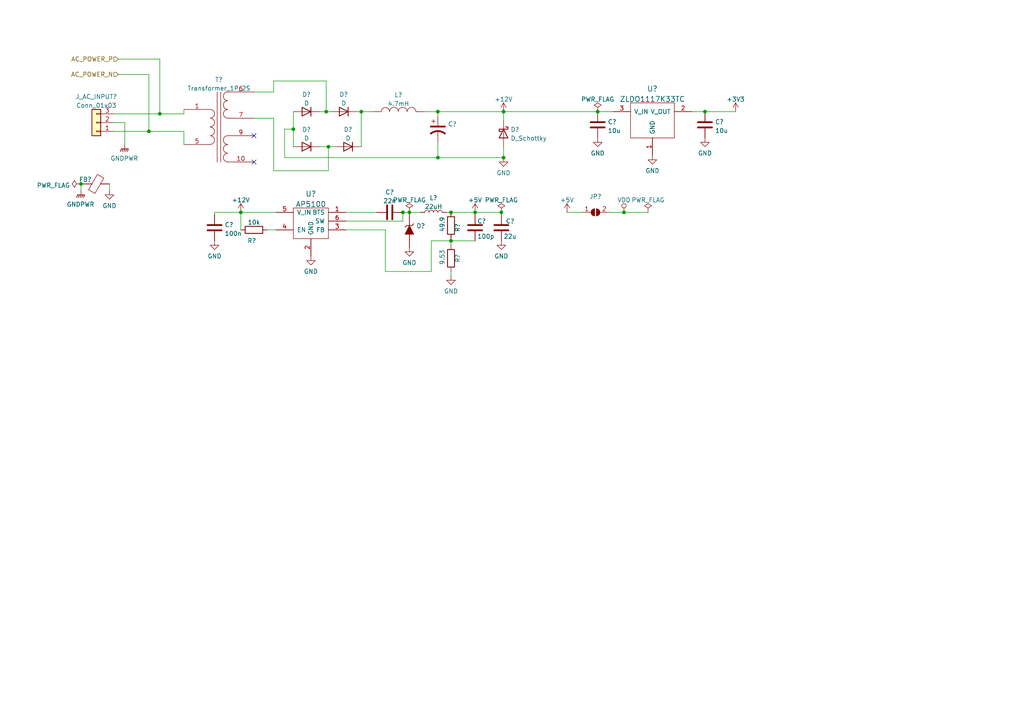
<source format=kicad_sch>
(kicad_sch (version 20211123) (generator eeschema)
  (paper "A4")
  (lib_symbols
    (symbol "Connector_Generic:Conn_01x03" (pin_names (offset 1.016) hide)
      (property "Reference" "J" (at 0 5.08 0))
      (property "Value" "Conn_01x03" (at 0 -5.08 0))
      (symbol "Conn_01x03_1_1"
        (rectangle (start -1.27 -2.413) (end 0 -2.667) (stroke (width 0.1524)))
        (rectangle (start -1.27 0.127) (end 0 -0.127) (stroke (width 0.1524)))
        (rectangle (start -1.27 2.667) (end 0 2.413) (stroke (width 0.1524)))
        (rectangle (start -1.27 3.81) (end 1.27 -3.81) (stroke (width 0.254)) (fill (type background)))
        (pin passive line (at -5.08 2.54 0) (length 3.81) (name "Pin_1") (number "1"))
        (pin passive line (at -5.08 0 0) (length 3.81) (name "Pin_2") (number "2"))
        (pin passive line (at -5.08 -2.54 0) (length 3.81) (name "Pin_3") (number "3"))
      )
    )
    (symbol "Device:C" (pin_numbers hide) (pin_names (offset 0.254))
      (property "Reference" "C" (at 0.635 2.54 0))
      (property "Value" "C" (at 0.635 -2.54 0))
      (symbol "C_0_1"
        (polyline (pts (xy -2.032 -0.762) (xy 2.032 -0.762)) (stroke (width 0.508)))
        (polyline (pts (xy -2.032 0.762) (xy 2.032 0.762)) (stroke (width 0.508)))
      )
      (symbol "C_1_1"
        (pin passive line (at 0 3.81 270) (length 2.794) (name "~") (number "1"))
        (pin passive line (at 0 -3.81 90) (length 2.794) (name "~") (number "2"))
      )
    )
    (symbol "Device:C_Polarized_US" (pin_numbers hide) (pin_names (offset 0.254) hide)
      (property "Reference" "C" (at 0.635 2.54 0))
      (property "Value" "C_Polarized_US" (at 0.635 -2.54 0))
      (symbol "C_Polarized_US_0_1"
        (polyline (pts (xy -2.032 0.762) (xy 2.032 0.762)) (stroke (width 0.508)))
        (polyline (pts (xy -1.778 2.286) (xy -0.762 2.286)))
        (polyline (pts (xy -1.27 1.778) (xy -1.27 2.794)))
        (arc (start 2.032 -1.27) (mid 0 -0.5572) (end -2.032 -1.27) (stroke (width 0.508)))
      )
      (symbol "C_Polarized_US_1_1"
        (pin passive line (at 0 3.81 270) (length 2.794) (name "~") (number "1"))
        (pin passive line (at 0 -3.81 90) (length 3.302) (name "~") (number "2"))
      )
    )
    (symbol "Device:D" (pin_numbers hide) (pin_names (offset 1.016) hide)
      (property "Reference" "D" (at 0 2.54 0))
      (property "Value" "D" (at 0 -2.54 0))
      (symbol "D_0_1"
        (polyline (pts (xy -1.27 1.27) (xy -1.27 -1.27)) (stroke (width 0.254)))
        (polyline (pts (xy 1.27 0) (xy -1.27 0)))
        (polyline (pts (xy 1.27 1.27) (xy 1.27 -1.27) (xy -1.27 0) (xy 1.27 1.27)) (stroke (width 0.254)))
      )
      (symbol "D_1_1"
        (pin passive line (at -3.81 0 0) (length 2.54) (name "K") (number "1"))
        (pin passive line (at 3.81 0 180) (length 2.54) (name "A") (number "2"))
      )
    )
    (symbol "Device:D_Schottky" (pin_numbers hide) (pin_names (offset 1.016) hide)
      (property "Reference" "D" (at 0 2.54 0))
      (property "Value" "D_Schottky" (at 0 -2.54 0))
      (symbol "D_Schottky_0_1"
        (polyline (pts (xy 1.27 0) (xy -1.27 0)))
        (polyline (pts (xy 1.27 1.27) (xy 1.27 -1.27) (xy -1.27 0) (xy 1.27 1.27)) (stroke (width 0.254)))
        (polyline (pts (xy -1.905 0.635) (xy -1.905 1.27) (xy -1.27 1.27) (xy -1.27 -1.27) (xy -0.635 -1.27) (xy -0.635 -0.635)) (stroke (width 0.254)))
      )
      (symbol "D_Schottky_1_1"
        (pin passive line (at -3.81 0 0) (length 2.54) (name "K") (number "1"))
        (pin passive line (at 3.81 0 180) (length 2.54) (name "A") (number "2"))
      )
    )
    (symbol "Device:FerriteBead" (pin_numbers hide) (pin_names (offset 0))
      (property "Reference" "FB" (at -3.81 0.635 90))
      (property "Value" "FerriteBead" (at 3.81 0 90))
      (symbol "FerriteBead_0_1"
        (polyline (pts (xy 0 -1.27) (xy 0 -1.2192)))
        (polyline (pts (xy 0 1.27) (xy 0 1.2954)))
        (polyline (pts (xy -2.7686 0.4064) (xy -1.7018 2.2606) (xy 2.7686 -0.3048) (xy 1.6764 -2.159) (xy -2.7686 0.4064)))
      )
      (symbol "FerriteBead_1_1"
        (pin passive line (at 0 3.81 270) (length 2.54) (name "~") (number "1"))
        (pin passive line (at 0 -3.81 90) (length 2.54) (name "~") (number "2"))
      )
    )
    (symbol "Device:L" (pin_numbers hide) (pin_names (offset 1.016) hide)
      (property "Reference" "L" (at -1.27 0 90))
      (property "Value" "L" (at 1.905 0 90))
      (symbol "L_0_1"
        (arc (start 0 -2.54) (mid 0.635 -1.905) (end 0 -1.27))
        (arc (start 0 -1.27) (mid 0.635 -0.635) (end 0 0))
        (arc (start 0 0) (mid 0.635 0.635) (end 0 1.27))
        (arc (start 0 1.27) (mid 0.635 1.905) (end 0 2.54))
      )
      (symbol "L_1_1"
        (pin passive line (at 0 3.81 270) (length 1.27) (name "1") (number "1"))
        (pin passive line (at 0 -3.81 90) (length 1.27) (name "2") (number "2"))
      )
    )
    (symbol "Device:R" (pin_numbers hide) (pin_names (offset 0))
      (property "Reference" "R" (at 2.032 0 90))
      (property "Value" "R" (at 0 0 90))
      (symbol "R_0_1"
        (rectangle (start -1.016 -2.54) (end 1.016 2.54) (stroke (width 0.254)))
      )
      (symbol "R_1_1"
        (pin passive line (at 0 3.81 270) (length 1.27) (name "~") (number "1"))
        (pin passive line (at 0 -3.81 90) (length 1.27) (name "~") (number "2"))
      )
    )
    (symbol "Device:Transformer_1P_2S" (pin_names (offset 1.016) hide)
      (property "Reference" "T?" (at 0 13.7329 0))
      (property "Value" "Transformer_1P_2S" (at 0 11.196 0))
      (symbol "Transformer_1P_2S_0_1"
        (arc (start -2.54 -5.0546) (mid -1.6599 -4.6901) (end -1.27 -3.81))
        (arc (start -2.54 -2.5146) (mid -1.6599 -2.1501) (end -1.27 -1.27))
        (arc (start -2.54 0.0254) (mid -1.6599 0.3899) (end -1.27 1.27))
        (arc (start -2.54 2.5654) (mid -1.6599 2.9299) (end -1.27 3.81))
        (arc (start -1.27 -3.81) (mid -1.642 -2.912) (end -2.54 -2.54))
        (arc (start -1.27 -1.27) (mid -1.642 -0.372) (end -2.54 0))
        (arc (start -1.27 1.27) (mid -1.642 2.168) (end -2.54 2.54))
        (arc (start -1.27 3.81) (mid -1.642 4.708) (end -2.54 5.08))
        (polyline (pts (xy -0.508 -10.16) (xy -0.508 10.16)))
        (polyline (pts (xy 0.508 10.16) (xy 0.508 -10.16)))
        (arc (start 1.2954 -8.89) (mid 1.6599 -9.7701) (end 2.54 -10.1346))
        (arc (start 1.2954 -6.35) (mid 1.6599 -7.2301) (end 2.54 -7.5946))
        (arc (start 1.2954 -3.81) (mid 1.6599 -4.6901) (end 2.54 -5.0546))
        (arc (start 1.2954 3.81) (mid 1.6599 2.9299) (end 2.54 2.5654))
        (arc (start 1.2954 6.35) (mid 1.6599 5.4699) (end 2.54 5.1054))
        (arc (start 1.2954 8.89) (mid 1.6599 8.0099) (end 2.54 7.6454))
        (arc (start 2.54 -7.62) (mid 1.642 -7.992) (end 1.2954 -8.89))
        (arc (start 2.54 -5.08) (mid 1.642 -5.452) (end 1.2954 -6.35))
        (arc (start 2.54 -2.54) (mid 1.642 -2.912) (end 1.2954 -3.81))
        (arc (start 2.54 5.08) (mid 1.642 4.708) (end 1.2954 3.81))
        (arc (start 2.54 7.62) (mid 1.642 7.248) (end 1.2954 6.35))
        (arc (start 2.54 10.16) (mid 1.642 9.788) (end 1.2954 8.89))
      )
      (symbol "Transformer_1P_2S_1_1"
        (pin passive line (at -10.16 5.08 0) (length 7.62) (name "AA") (number "1"))
        (pin passive line (at 10.16 -10.16 180) (length 7.62) (name "SD") (number "10"))
        (pin passive line (at -10.16 -5.08 0) (length 7.62) (name "AB") (number "5"))
        (pin passive line (at 10.16 10.16 180) (length 7.62) (name "SA") (number "6"))
        (pin passive line (at 10.16 2.54 180) (length 7.62) (name "SB") (number "7"))
        (pin passive line (at 10.16 -2.54 180) (length 7.62) (name "SC") (number "9"))
      )
    )
    (symbol "Jumper:SolderJumper_2_Open" (pin_names (offset 0) hide)
      (property "Reference" "JP" (at 0 2.032 0))
      (property "Value" "SolderJumper_2_Open" (at 0 -2.54 0))
      (symbol "SolderJumper_2_Open_0_1"
        (arc (start -0.254 1.016) (mid -1.27 0) (end -0.254 -1.016))
        (arc (start -0.254 1.016) (mid -1.27 0) (end -0.254 -1.016) (fill (type outline)))
        (polyline (pts (xy -0.254 1.016) (xy -0.254 -1.016)))
        (polyline (pts (xy 0.254 1.016) (xy 0.254 -1.016)))
        (arc (start 0.254 -1.016) (mid 1.27 0) (end 0.254 1.016))
        (arc (start 0.254 -1.016) (mid 1.27 0) (end 0.254 1.016) (fill (type outline)))
      )
      (symbol "SolderJumper_2_Open_1_1"
        (pin passive line (at -3.81 0 0) (length 2.54) (name "A") (number "1"))
        (pin passive line (at 3.81 0 180) (length 2.54) (name "B") (number "2"))
      )
    )
    (symbol "myLibrary:+3V3" (power) (pin_names (offset 0))
      (property "Value" "+3V3" (at 0 3.556 0))
      (symbol "+3V3_0_1"
        (polyline (pts (xy -0.762 1.27) (xy 0 2.54)))
        (polyline (pts (xy 0 0) (xy 0 2.54)))
        (polyline (pts (xy 0 2.54) (xy 0.762 1.27)))
      )
      (symbol "+3V3_1_1"
        (pin power_in line (at 0 0 90) (length 0) hide (name "+3V3") (number "1"))
      )
    )
    (symbol "myLibrary:AP5100-uhp" (pin_names (offset 1.016))
      (property "Reference" "U101" (at -2.54 8.8138 0))
      (property "Value" "AP5100-uhp" (at -2.54 6.1214 0))
      (symbol "AP5100-uhp_0_1"
        (rectangle (start -7.62 3.81) (end 2.54 -5.08))
      )
      (symbol "AP5100-uhp_1_1"
        (pin power_out line (at 7.62 2.54 180) (length 5.08) (name "BTS") (number "1"))
        (pin power_in line (at -2.54 -10.16 90) (length 5.08) (name "GND") (number "2"))
        (pin input line (at 7.62 -2.54 180) (length 5.08) (name "FB") (number "3"))
        (pin input line (at -12.7 -2.54 0) (length 5.08) (name "EN") (number "4"))
        (pin power_in line (at -12.7 2.54 0) (length 5.08) (name "V_IN") (number "5"))
        (pin power_in line (at 7.62 0 180) (length 5.08) (name "SW") (number "6"))
      )
    )
    (symbol "myLibrary:GND" (power) (pin_names (offset 0))
      (property "Value" "GND" (at 0 -3.81 0))
      (symbol "GND_0_1"
        (polyline (pts (xy 0 0) (xy 0 -1.27) (xy 1.27 -1.27) (xy 0 -2.54) (xy -1.27 -1.27) (xy 0 -1.27)))
      )
      (symbol "GND_1_1"
        (pin power_in line (at 0 0 270) (length 0) hide (name "GND") (number "1"))
      )
    )
    (symbol "myLibrary:INDUCTOR" (pin_numbers hide) (pin_names (offset 1.016) hide)
      (property "Reference" "L" (at -1.27 0 90))
      (property "Value" "INDUCTOR" (at 2.54 0 90))
      (symbol "INDUCTOR_0_1"
        (arc (start 0.0254 -5.0546) (mid 1.245 -3.7973) (end 0.0254 -2.54))
        (arc (start 0.0254 -2.5146) (mid 1.2704 -1.2319) (end 0.0254 0.0508))
        (arc (start 0.0254 0.0254) (mid 1.2704 1.3081) (end 0.0254 2.5908))
        (arc (start 0.0254 2.5654) (mid 1.1942 3.7719) (end 0.0254 4.9784))
      )
      (symbol "INDUCTOR_1_1"
        (pin passive line (at 0 7.62 270) (length 2.54) (name "1") (number "1"))
        (pin passive line (at 0 -7.62 90) (length 2.54) (name "2") (number "2"))
      )
    )
    (symbol "myLibrary:VDD" (power) (pin_names (offset 0))
      (property "Value" "VDD" (at 0 3.81 0))
      (symbol "VDD_0_1"
        (polyline (pts (xy 0 0) (xy 0 1.27)))
        (circle (center 0 1.905) (radius 0.635))
      )
      (symbol "VDD_1_1"
        (pin power_in line (at 0 0 90) (length 0) hide (name "VDD") (number "1"))
      )
    )
    (symbol "myLibrary:ZENER" (pin_numbers hide) (pin_names (offset 1.016) hide)
      (property "Reference" "D" (at 0 2.54 0))
      (property "Value" "ZENER" (at 0 -2.54 0))
      (symbol "ZENER_0_1"
        (polyline (pts (xy -1.778 1.27) (xy -1.27 0.762) (xy -1.27 -0.762) (xy -0.762 -1.27) (xy -0.762 -1.27)) (stroke (width 0.2032)))
        (polyline (pts (xy -1.27 0) (xy 1.27 1.27) (xy 1.27 -1.27) (xy -1.27 0) (xy -1.27 0)) (fill (type outline)))
      )
      (symbol "ZENER_1_1"
        (pin passive line (at -5.08 0 0) (length 3.81) (name "K") (number "1"))
        (pin passive line (at 5.08 0 180) (length 3.81) (name "A") (number "2"))
      )
    )
    (symbol "myLibrary:ZLDO1117K33TC" (pin_names (offset 1.016))
      (property "Reference" "U" (at 3.81 -7.62 0))
      (property "Value" "ZLDO1117K33TC" (at 1.27 5.08 0))
      (symbol "ZLDO1117K33TC_0_1"
        (rectangle (start -6.35 3.81) (end 6.35 -6.35))
      )
      (symbol "ZLDO1117K33TC_1_1"
        (pin power_in line (at 0 -11.43 90) (length 5.08) (name "GND") (number "1"))
        (pin power_out line (at 11.43 1.27 180) (length 5.08) (name "V_OUT") (number "2"))
        (pin power_in line (at -11.43 1.27 0) (length 5.08) (name "V_IN") (number "3"))
      )
    )
    (symbol "power:+12V" (power) (pin_names (offset 0))
      (property "Value" "+12V" (at 0 3.556 0))
      (symbol "+12V_0_1"
        (polyline (pts (xy -0.762 1.27) (xy 0 2.54)))
        (polyline (pts (xy 0 0) (xy 0 2.54)))
        (polyline (pts (xy 0 2.54) (xy 0.762 1.27)))
      )
      (symbol "+12V_1_1"
        (pin power_in line (at 0 0 90) (length 0) hide (name "+12V") (number "1"))
      )
    )
    (symbol "power:+5V" (power) (pin_names (offset 0))
      (property "Value" "+5V" (at 0 3.556 0))
      (symbol "+5V_0_1"
        (polyline (pts (xy -0.762 1.27) (xy 0 2.54)))
        (polyline (pts (xy 0 0) (xy 0 2.54)))
        (polyline (pts (xy 0 2.54) (xy 0.762 1.27)))
      )
      (symbol "+5V_1_1"
        (pin power_in line (at 0 0 90) (length 0) hide (name "+5V") (number "1"))
      )
    )
    (symbol "power:GNDPWR" (power) (pin_names (offset 0))
      (property "Value" "GNDPWR" (at 0 -3.302 0))
      (symbol "GNDPWR_0_1"
        (polyline (pts (xy 0 -1.27) (xy 0 0)))
        (polyline (pts (xy -1.016 -1.27) (xy -1.27 -2.032) (xy -1.27 -2.032)) (stroke (width 0.2032)))
        (polyline (pts (xy -0.508 -1.27) (xy -0.762 -2.032) (xy -0.762 -2.032)) (stroke (width 0.2032)))
        (polyline (pts (xy 0 -1.27) (xy -0.254 -2.032) (xy -0.254 -2.032)) (stroke (width 0.2032)))
        (polyline (pts (xy 0.508 -1.27) (xy 0.254 -2.032) (xy 0.254 -2.032)) (stroke (width 0.2032)))
        (polyline (pts (xy 1.016 -1.27) (xy -1.016 -1.27) (xy -1.016 -1.27)) (stroke (width 0.2032)))
        (polyline (pts (xy 1.016 -1.27) (xy 0.762 -2.032) (xy 0.762 -2.032) (xy 0.762 -2.032)) (stroke (width 0.2032)))
      )
      (symbol "GNDPWR_1_1"
        (pin power_in line (at 0 0 270) (length 0) hide (name "GNDPWR") (number "1"))
      )
    )
    (symbol "power:PWR_FLAG" (power) (pin_numbers hide) (pin_names (offset 0) hide)
      (property "Value" "PWR_FLAG" (at 0 3.81 0))
      (symbol "PWR_FLAG_0_0"
        (pin power_out line (at 0 0 90) (length 0) (name "pwr") (number "1"))
      )
      (symbol "PWR_FLAG_0_1"
        (polyline (pts (xy 0 0) (xy 0 1.27) (xy -1.016 1.905) (xy 0 2.54) (xy 1.016 1.905) (xy 0 1.27)))
      )
    )
  )
  (junction (at 146.05 32.385))
  (junction (at 173.355 32.385))
  (junction (at 95.25 42.545))
  (junction (at 69.85 61.595))
  (junction (at 104.775 32.385))
  (junction (at 146.05 45.72))
  (junction (at 204.47 32.385))
  (junction (at 118.745 61.595))
  (junction (at 116.84 61.595))
  (junction (at 127 32.385))
  (junction (at 180.975 61.595))
  (junction (at 127 45.72))
  (junction (at 130.81 69.85))
  (junction (at 137.795 61.595))
  (junction (at 46.355 33.02))
  (junction (at 23.495 53.34))
  (junction (at 145.415 61.595))
  (junction (at 43.18 38.1))
  (junction (at 94.615 32.385))
  (junction (at 130.81 61.595))
  (junction (at 85.09 37.465))
  (no_connect (at 73.66 39.37))
  (no_connect (at 73.66 46.99))
  (wire (pts (xy 79.375 49.53) (xy 95.25 49.53)))
  (wire (pts (xy 92.71 42.545) (xy 95.25 42.545)))
  (wire (pts (xy 36.195 35.56) (xy 36.195 41.91)))
  (wire (pts (xy 176.53 61.595) (xy 180.975 61.595)))
  (wire (pts (xy 146.05 34.925) (xy 146.05 32.385)))
  (wire (pts (xy 62.23 61.595) (xy 62.23 62.23)))
  (wire (pts (xy 164.465 61.595) (xy 168.91 61.595)))
  (wire (pts (xy 130.81 78.74) (xy 130.81 80.01)))
  (wire (pts (xy 104.775 32.385) (xy 107.95 32.385)))
  (wire (pts (xy 145.415 62.23) (xy 145.415 61.595)))
  (wire (pts (xy 125.095 69.85) (xy 130.81 69.85)))
  (wire (pts (xy 103.505 32.385) (xy 104.775 32.385)))
  (wire (pts (xy 53.34 33.02) (xy 53.34 31.75)))
  (wire (pts (xy 204.47 32.385) (xy 213.36 32.385)))
  (wire (pts (xy 200.66 32.385) (xy 204.47 32.385)))
  (wire (pts (xy 118.745 61.595) (xy 121.92 61.595)))
  (wire (pts (xy 146.05 42.545) (xy 146.05 45.72)))
  (wire (pts (xy 116.84 61.595) (xy 118.745 61.595)))
  (wire (pts (xy 79.375 34.29) (xy 79.375 49.53)))
  (wire (pts (xy 34.29 21.59) (xy 43.18 21.59)))
  (wire (pts (xy 94.615 32.385) (xy 95.885 32.385)))
  (wire (pts (xy 79.375 26.67) (xy 79.375 23.495)))
  (wire (pts (xy 180.975 61.595) (xy 187.96 61.595)))
  (wire (pts (xy 33.02 35.56) (xy 36.195 35.56)))
  (wire (pts (xy 130.81 61.595) (xy 137.795 61.595)))
  (wire (pts (xy 77.47 66.675) (xy 80.01 66.675)))
  (wire (pts (xy 82.55 45.72) (xy 82.55 37.465)))
  (wire (pts (xy 127 45.72) (xy 82.55 45.72)))
  (wire (pts (xy 94.615 23.495) (xy 94.615 32.385)))
  (wire (pts (xy 123.19 32.385) (xy 127 32.385)))
  (wire (pts (xy 146.05 45.72) (xy 127 45.72)))
  (wire (pts (xy 127 32.385) (xy 127 33.655)))
  (wire (pts (xy 46.355 33.02) (xy 53.34 33.02)))
  (wire (pts (xy 173.355 32.385) (xy 177.8 32.385)))
  (wire (pts (xy 80.01 61.595) (xy 69.85 61.595)))
  (wire (pts (xy 137.795 62.23) (xy 137.795 61.595)))
  (wire (pts (xy 85.09 32.385) (xy 85.09 37.465)))
  (wire (pts (xy 31.75 53.34) (xy 31.75 55.245)))
  (wire (pts (xy 85.09 37.465) (xy 85.09 42.545)))
  (wire (pts (xy 92.71 32.385) (xy 94.615 32.385)))
  (wire (pts (xy 130.81 69.85) (xy 137.795 69.85)))
  (wire (pts (xy 73.66 26.67) (xy 79.375 26.67)))
  (wire (pts (xy 111.76 78.74) (xy 125.095 78.74)))
  (wire (pts (xy 73.66 34.29) (xy 79.375 34.29)))
  (wire (pts (xy 146.05 32.385) (xy 173.355 32.385)))
  (wire (pts (xy 95.25 42.545) (xy 97.155 42.545)))
  (wire (pts (xy 46.355 17.145) (xy 46.355 33.02)))
  (wire (pts (xy 130.81 69.215) (xy 130.81 69.85)))
  (wire (pts (xy 100.33 61.595) (xy 109.22 61.595)))
  (wire (pts (xy 104.775 42.545) (xy 104.775 32.385)))
  (wire (pts (xy 95.25 49.53) (xy 95.25 42.545)))
  (wire (pts (xy 116.84 64.135) (xy 116.84 61.595)))
  (wire (pts (xy 100.33 66.675) (xy 111.76 66.675)))
  (wire (pts (xy 34.29 17.145) (xy 46.355 17.145)))
  (wire (pts (xy 53.34 38.1) (xy 53.34 41.91)))
  (wire (pts (xy 43.18 21.59) (xy 43.18 38.1)))
  (wire (pts (xy 100.33 64.135) (xy 116.84 64.135)))
  (wire (pts (xy 69.85 61.595) (xy 62.23 61.595)))
  (wire (pts (xy 79.375 23.495) (xy 94.615 23.495)))
  (wire (pts (xy 127 41.275) (xy 127 45.72)))
  (wire (pts (xy 137.795 61.595) (xy 145.415 61.595)))
  (wire (pts (xy 33.02 38.1) (xy 43.18 38.1)))
  (wire (pts (xy 125.095 78.74) (xy 125.095 69.85)))
  (wire (pts (xy 23.495 53.34) (xy 24.13 53.34)))
  (wire (pts (xy 82.55 37.465) (xy 85.09 37.465)))
  (wire (pts (xy 23.495 55.245) (xy 23.495 53.34)))
  (wire (pts (xy 69.85 61.595) (xy 69.85 66.675)))
  (wire (pts (xy 111.76 66.675) (xy 111.76 78.74)))
  (wire (pts (xy 33.02 33.02) (xy 46.355 33.02)))
  (wire (pts (xy 129.54 61.595) (xy 130.81 61.595)))
  (wire (pts (xy 130.81 69.85) (xy 130.81 71.12)))
  (wire (pts (xy 43.18 38.1) (xy 53.34 38.1)))
  (wire (pts (xy 127 32.385) (xy 146.05 32.385)))
  (hierarchical_label "AC_POWER_N" (shape input) (at 34.29 21.59 180))
  (hierarchical_label "AC_POWER_P" (shape input) (at 34.29 17.145 180))
  (symbol (lib_id "myLibrary:GND") (at 173.355 40.005 0) (unit 1)
    (property "Reference" "#PWR?" (effects hide))
    (property "Value" "GND" (at 173.355 44.4484 0))
  )
  (symbol (lib_id "Device:D") (at 100.965 42.545 180) (unit 1)
    (property "Reference" "D?" (at 100.965 37.5752 0))
    (property "Value" "D" (at 100.965 40.1121 0))
    (property "Footprint" "Diode_SMD:D_MELF-RM10_Universal_Handsoldering" (effects hide))
  )
  (symbol (lib_id "myLibrary:+3V3") (at 213.36 32.385 0) (unit 1)
    (property "Reference" "#PWR?" (effects hide))
    (property "Value" "+3V3" (at 213.36 28.8092 0))
  )
  (symbol (lib_id "myLibrary:GND") (at 130.81 80.01 0) (unit 1)
    (property "Reference" "#PWR?" (effects hide))
    (property "Value" "GND" (at 130.81 84.4534 0))
  )
  (symbol (lib_id "myLibrary:INDUCTOR") (at 115.57 32.385 90) (unit 1)
    (property "Reference" "L?" (at 115.57 27.5418 90))
    (property "Value" "4.7mH" (at 115.57 30.0787 90))
    (property "Footprint" "Inductor_SMD:L_12x12mm_H8mm" (effects hide))
    (property "Supplier and ref" "874-9826" (effects hide))
  )
  (symbol (lib_id "Device:D") (at 99.695 32.385 180) (unit 1)
    (property "Reference" "D?" (at 99.695 27.4152 0))
    (property "Value" "D" (at 99.695 29.9521 0))
    (property "Footprint" "Diode_SMD:D_MELF-RM10_Universal_Handsoldering" (effects hide))
  )
  (symbol (lib_id "myLibrary:ZENER") (at 118.745 66.675 270) (unit 1)
    (property "Reference" "D?" (at 120.7516 65.5355 90) (effects (justify left)))
    (property "Value" "ZENER" (effects hide))
    (property "Footprint" "Diode_SMD:D_SOD-323" (effects hide))
  )
  (symbol (lib_id "Device:R") (at 73.66 66.675 90) (unit 1)
    (property "Reference" "R?" (at 73.025 69.85 90))
    (property "Value" "10k" (at 73.66 64.4961 90))
    (property "Footprint" "Resistor_SMD:R_0201_0603Metric_Pad0.64x0.40mm_HandSolder" (effects hide))
  )
  (symbol (lib_id "Device:L") (at 125.73 61.595 90) (unit 1)
    (property "Reference" "L?" (at 125.73 57.3872 90))
    (property "Value" "22uH" (at 125.73 59.9241 90))
    (property "Footprint" "Inductor_SMD:L_Wuerth_WE-PD2-Typ-L" (effects hide))
  )
  (symbol (lib_id "power:+5V") (at 164.465 61.595 0) (unit 1)
    (property "Reference" "#PWR?" (effects hide))
    (property "Value" "+5V" (at 164.465 58.0192 0))
  )
  (symbol (lib_id "power:+5V") (at 137.795 61.595 0) (unit 1)
    (property "Reference" "#PWR?" (effects hide))
    (property "Value" "+5V" (at 137.795 58.0192 0))
  )
  (symbol (lib_id "Device:C") (at 204.47 36.195 0) (unit 1)
    (property "Reference" "C?" (at 207.391 35.3603 0) (effects (justify left)))
    (property "Value" "10u" (at 207.391 37.8972 0) (effects (justify left)))
    (property "Footprint" "Capacitor_Tantalum_SMD:CP_EIA-3528-12_Kemet-T_Pad1.50x2.35mm_HandSolder" (effects hide))
  )
  (symbol (lib_id "myLibrary:GND") (at 118.745 71.755 0) (unit 1)
    (property "Reference" "#PWR?" (effects hide))
    (property "Value" "GND" (at 118.745 76.1984 0))
  )
  (symbol (lib_id "Device:C") (at 173.355 36.195 0) (unit 1)
    (property "Reference" "C?" (at 176.276 35.3603 0) (effects (justify left)))
    (property "Value" "10u" (at 176.276 37.8972 0) (effects (justify left)))
    (property "Footprint" "Capacitor_Tantalum_SMD:CP_EIA-3528-12_Kemet-T_Pad1.50x2.35mm_HandSolder" (effects hide))
  )
  (symbol (lib_id "myLibrary:GND") (at 90.17 74.295 0) (unit 1)
    (property "Reference" "#PWR?" (effects hide))
    (property "Value" "GND" (at 90.17 78.7384 0))
  )
  (symbol (lib_id "Connector_Generic:Conn_01x03") (at 27.94 35.56 180) (unit 1)
    (property "Reference" "J_AC_INPUT?" (at 27.94 28.0502 0))
    (property "Value" "Conn_01x03" (at 27.94 30.5871 0))
    (property "Footprint" "Connector_JST:JST_NV_B03P-NV_1x03_P5.00mm_Vertical" (effects hide))
  )
  (symbol (lib_id "power:PWR_FLAG") (at 145.415 61.595 0) (unit 1)
    (property "Reference" "#FLG?" (effects hide))
    (property "Value" "PWR_FLAG" (at 145.415 58.0192 0))
  )
  (symbol (lib_id "Device:C") (at 137.795 66.04 0) (unit 1)
    (property "Reference" "C?" (at 138.43 64.135 0) (effects (justify left)))
    (property "Value" "100p" (at 138.43 68.58 0) (effects (justify left)))
    (property "Footprint" "Capacitor_SMD:C_0603_1608Metric_Pad1.08x0.95mm_HandSolder" (effects hide))
  )
  (symbol (lib_id "myLibrary:GND") (at 145.415 69.85 0) (unit 1)
    (property "Reference" "#PWR?" (effects hide))
    (property "Value" "GND" (at 145.415 74.2934 0))
  )
  (symbol (lib_id "Device:FerriteBead") (at 27.94 53.34 90) (unit 1)
    (property "Reference" "FB?" (at 24.765 52.07 90))
    (property "Value" "FerriteBead" (effects hide))
    (property "Footprint" "Inductor_SMD:L_0603_1608Metric_Pad1.05x0.95mm_HandSolder" (effects hide))
  )
  (symbol (lib_id "power:PWR_FLAG") (at 23.495 53.34 90) (unit 1)
    (property "Reference" "#FLG?" (effects hide))
    (property "Value" "PWR_FLAG" (at 20.3201 53.7738 90) (effects (justify left)))
  )
  (symbol (lib_id "power:PWR_FLAG") (at 187.96 61.595 0) (unit 1)
    (property "Reference" "#FLG?" (effects hide))
    (property "Value" "PWR_FLAG" (at 187.96 58.0192 0))
  )
  (symbol (lib_id "power:GNDPWR") (at 23.495 55.245 0) (unit 1)
    (property "Reference" "#PWR?" (effects hide))
    (property "Value" "GNDPWR" (at 23.368 59.282 0))
  )
  (symbol (lib_id "Device:R") (at 130.81 65.405 0) (unit 1)
    (property "Reference" "R?" (at 132.715 67.31 90) (effects (justify left)))
    (property "Value" "49.9" (at 128.27 67.31 90) (effects (justify left)))
    (property "Footprint" "Resistor_SMD:R_0201_0603Metric_Pad0.64x0.40mm_HandSolder" (effects hide))
  )
  (symbol (lib_id "myLibrary:VDD") (at 180.975 61.595 0) (unit 1)
    (property "Reference" "#PWR?" (effects hide))
    (property "Value" "VDD" (at 180.975 58.0192 0))
  )
  (symbol (lib_id "power:+12V") (at 146.05 32.385 0) (unit 1)
    (property "Reference" "#PWR?" (effects hide))
    (property "Value" "+12V" (at 146.05 28.8092 0))
  )
  (symbol (lib_id "Device:C") (at 113.03 61.595 90) (unit 1)
    (property "Reference" "C?" (at 113.03 55.7362 90))
    (property "Value" "22n" (at 113.03 58.2731 90))
    (property "Footprint" "Capacitor_SMD:C_0603_1608Metric_Pad1.08x0.95mm_HandSolder" (effects hide))
  )
  (symbol (lib_id "myLibrary:GND") (at 31.75 55.245 0) (unit 1)
    (property "Reference" "#PWR?" (effects hide))
    (property "Value" "GND" (at 31.75 59.6884 0))
  )
  (symbol (lib_id "Device:D_Schottky") (at 146.05 38.735 270) (unit 1)
    (property "Reference" "D?" (at 148.082 37.5828 90) (effects (justify left)))
    (property "Value" "D_Schottky" (at 148.082 40.1197 90) (effects (justify left)))
    (property "Footprint" "Diode_THT:D_DO-15_P12.70mm_Horizontal" (effects hide))
    (property "Supplier and ref" "625-6568" (effects hide))
  )
  (symbol (lib_id "power:GNDPWR") (at 36.195 41.91 0) (unit 1)
    (property "Reference" "#PWR?" (effects hide))
    (property "Value" "GNDPWR" (at 36.068 45.947 0))
  )
  (symbol (lib_id "power:+12V") (at 69.85 61.595 0) (unit 1)
    (property "Reference" "#PWR?" (effects hide))
    (property "Value" "+12V" (at 69.85 58.0192 0))
  )
  (symbol (lib_id "Device:C") (at 62.23 66.04 0) (unit 1)
    (property "Reference" "C?" (at 65.151 65.2053 0) (effects (justify left)))
    (property "Value" "100n" (at 65.151 67.7422 0) (effects (justify left)))
    (property "Footprint" "Capacitor_SMD:C_0603_1608Metric_Pad1.08x0.95mm_HandSolder" (effects hide))
  )
  (symbol (lib_id "Device:C") (at 145.415 66.04 0) (unit 1)
    (property "Reference" "C?" (at 146.685 64.135 0) (effects (justify left)))
    (property "Value" "22u" (at 146.05 68.58 0) (effects (justify left)))
    (property "Footprint" "Capacitor_Tantalum_SMD:CP_EIA-6032-15_Kemet-U_Pad2.25x2.35mm_HandSolder" (effects hide))
  )
  (symbol (lib_id "myLibrary:GND") (at 146.05 45.72 0) (unit 1)
    (property "Reference" "#PWR?" (effects hide))
    (property "Value" "GND" (at 146.05 50.1634 0))
  )
  (symbol (lib_id "myLibrary:GND") (at 189.23 45.085 0) (unit 1)
    (property "Reference" "#PWR?" (effects hide))
    (property "Value" "GND" (at 189.23 49.5284 0))
  )
  (symbol (lib_id "Device:R") (at 130.81 74.93 0) (unit 1)
    (property "Reference" "R?" (at 132.715 76.2 90) (effects (justify left)))
    (property "Value" "9.53" (at 128.27 76.835 90) (effects (justify left)))
    (property "Footprint" "Resistor_SMD:R_0201_0603Metric_Pad0.64x0.40mm_HandSolder" (effects hide))
  )
  (symbol (lib_id "Device:Transformer_1P_2S") (at 63.5 36.83 0) (unit 1)
    (property "Reference" "T?" (at 63.5 23.0971 0))
    (property "Value" "Transformer_1P_2S" (at 63.5 25.634 0))
    (property "Footprint" "footprints:12v_transformer" (effects hide))
    (property "Supplier and ref" "173-9608" (effects hide))
  )
  (symbol (lib_id "power:PWR_FLAG") (at 173.355 32.385 0) (unit 1)
    (property "Reference" "#FLG?" (effects hide))
    (property "Value" "PWR_FLAG" (at 173.355 28.8092 0))
  )
  (symbol (lib_id "Device:D") (at 88.9 42.545 180) (unit 1)
    (property "Reference" "D?" (at 88.9 37.5752 0))
    (property "Value" "D" (at 88.9 40.1121 0))
    (property "Footprint" "Diode_SMD:D_MELF-RM10_Universal_Handsoldering" (effects hide))
  )
  (symbol (lib_id "Device:D") (at 88.9 32.385 180) (unit 1)
    (property "Reference" "D?" (at 88.9 27.4152 0))
    (property "Value" "D" (at 88.9 29.9521 0))
    (property "Footprint" "Diode_SMD:D_MELF-RM10_Universal_Handsoldering" (effects hide))
  )
  (symbol (lib_id "power:PWR_FLAG") (at 118.745 61.595 0) (unit 1)
    (property "Reference" "#FLG?" (effects hide))
    (property "Value" "PWR_FLAG" (at 118.745 58.0192 0))
  )
  (symbol (lib_id "myLibrary:GND") (at 62.23 69.85 0) (unit 1)
    (property "Reference" "#PWR?" (effects hide))
    (property "Value" "GND" (at 62.23 74.2934 0))
  )
  (symbol (lib_id "myLibrary:GND") (at 204.47 40.005 0) (unit 1)
    (property "Reference" "#PWR?" (effects hide))
    (property "Value" "GND" (at 204.47 44.4484 0))
  )
  (symbol (lib_id "Jumper:SolderJumper_2_Open") (at 172.72 61.595 0) (unit 1)
    (property "Reference" "JP?" (at 172.72 57.0062 0))
    (property "Value" "SolderJumper_2_Open" (effects hide))
    (property "Footprint" "Jumper:SolderJumper-2_P1.3mm_Open_TrianglePad1.0x1.5mm" (effects hide))
  )
  (symbol (lib_id "Device:C_Polarized_US") (at 127 37.465 0) (unit 1)
    (property "Reference" "C?" (at 129.921 35.9953 0) (effects (justify left)))
    (property "Value" "C_Polarized_US" (effects hide))
    (property "Footprint" "Capacitor_THT:CP_Radial_D10.0mm_P5.00mm" (effects hide))
    (property "Supplier and ref" "181-5420" (effects hide))
  )
  (symbol (lib_id "myLibrary:AP5100-uhp") (at 92.71 64.135 0) (unit 1)
    (property "Reference" "U?" (at 90.17 56.2409 0) (effects (font (size 1.524 1.524))))
    (property "Value" "AP5100" (at 90.17 59.2343 0) (effects (font (size 1.524 1.524))))
    (property "Footprint" "footprints:SOT26" (effects hide))
  )
  (symbol (lib_id "myLibrary:ZLDO1117K33TC") (at 189.23 33.655 0) (unit 1)
    (property "Reference" "U?" (at 189.23 25.7609 0) (effects (font (size 1.524 1.524))))
    (property "Value" "ZLDO1117K33TC" (at 189.23 28.7543 0) (effects (font (size 1.524 1.524))))
    (property "Footprint" "Package_TO_SOT_SMD:TO-252-3_TabPin2" (effects hide))
  )
)
</source>
